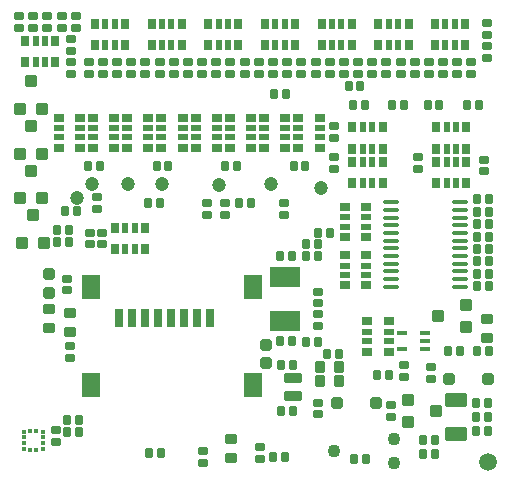
<source format=gbs>
G04*
G04 #@! TF.GenerationSoftware,Altium Limited,Altium Designer,22.11.1 (43)*
G04*
G04 Layer_Color=16711935*
%FSLAX25Y25*%
%MOIN*%
G70*
G04*
G04 #@! TF.SameCoordinates,8C82D437-5C52-4462-93A3-0E09C5BBDBC0*
G04*
G04*
G04 #@! TF.FilePolarity,Negative*
G04*
G01*
G75*
G04:AMPARAMS|DCode=49|XSize=31.5mil|YSize=27.56mil|CornerRadius=4.33mil|HoleSize=0mil|Usage=FLASHONLY|Rotation=0.000|XOffset=0mil|YOffset=0mil|HoleType=Round|Shape=RoundedRectangle|*
%AMROUNDEDRECTD49*
21,1,0.03150,0.01890,0,0,0.0*
21,1,0.02284,0.02756,0,0,0.0*
1,1,0.00866,0.01142,-0.00945*
1,1,0.00866,-0.01142,-0.00945*
1,1,0.00866,-0.01142,0.00945*
1,1,0.00866,0.01142,0.00945*
%
%ADD49ROUNDEDRECTD49*%
G04:AMPARAMS|DCode=53|XSize=29.53mil|YSize=35.43mil|CornerRadius=4.53mil|HoleSize=0mil|Usage=FLASHONLY|Rotation=270.000|XOffset=0mil|YOffset=0mil|HoleType=Round|Shape=RoundedRectangle|*
%AMROUNDEDRECTD53*
21,1,0.02953,0.02638,0,0,270.0*
21,1,0.02047,0.03543,0,0,270.0*
1,1,0.00906,-0.01319,-0.01024*
1,1,0.00906,-0.01319,0.01024*
1,1,0.00906,0.01319,0.01024*
1,1,0.00906,0.01319,-0.01024*
%
%ADD53ROUNDEDRECTD53*%
G04:AMPARAMS|DCode=54|XSize=21.65mil|YSize=35.43mil|CornerRadius=3.74mil|HoleSize=0mil|Usage=FLASHONLY|Rotation=270.000|XOffset=0mil|YOffset=0mil|HoleType=Round|Shape=RoundedRectangle|*
%AMROUNDEDRECTD54*
21,1,0.02165,0.02795,0,0,270.0*
21,1,0.01417,0.03543,0,0,270.0*
1,1,0.00748,-0.01398,-0.00709*
1,1,0.00748,-0.01398,0.00709*
1,1,0.00748,0.01398,0.00709*
1,1,0.00748,0.01398,-0.00709*
%
%ADD54ROUNDEDRECTD54*%
G04:AMPARAMS|DCode=58|XSize=16.54mil|YSize=35.43mil|CornerRadius=3.23mil|HoleSize=0mil|Usage=FLASHONLY|Rotation=270.000|XOffset=0mil|YOffset=0mil|HoleType=Round|Shape=RoundedRectangle|*
%AMROUNDEDRECTD58*
21,1,0.01654,0.02898,0,0,270.0*
21,1,0.01008,0.03543,0,0,270.0*
1,1,0.00646,-0.01449,-0.00504*
1,1,0.00646,-0.01449,0.00504*
1,1,0.00646,0.01449,0.00504*
1,1,0.00646,0.01449,-0.00504*
%
%ADD58ROUNDEDRECTD58*%
G04:AMPARAMS|DCode=64|XSize=31.5mil|YSize=27.56mil|CornerRadius=4.33mil|HoleSize=0mil|Usage=FLASHONLY|Rotation=270.000|XOffset=0mil|YOffset=0mil|HoleType=Round|Shape=RoundedRectangle|*
%AMROUNDEDRECTD64*
21,1,0.03150,0.01890,0,0,270.0*
21,1,0.02284,0.02756,0,0,270.0*
1,1,0.00866,-0.00945,-0.01142*
1,1,0.00866,-0.00945,0.01142*
1,1,0.00866,0.00945,0.01142*
1,1,0.00866,0.00945,-0.01142*
%
%ADD64ROUNDEDRECTD64*%
%ADD65C,0.04294*%
%ADD66C,0.04724*%
%ADD67C,0.05906*%
G04:AMPARAMS|DCode=107|XSize=62.99mil|YSize=29.53mil|CornerRadius=4.53mil|HoleSize=0mil|Usage=FLASHONLY|Rotation=270.000|XOffset=0mil|YOffset=0mil|HoleType=Round|Shape=RoundedRectangle|*
%AMROUNDEDRECTD107*
21,1,0.06299,0.02047,0,0,270.0*
21,1,0.05394,0.02953,0,0,270.0*
1,1,0.00906,-0.01024,-0.02697*
1,1,0.00906,-0.01024,0.02697*
1,1,0.00906,0.01024,0.02697*
1,1,0.00906,0.01024,-0.02697*
%
%ADD107ROUNDEDRECTD107*%
G04:AMPARAMS|DCode=108|XSize=82.68mil|YSize=61.02mil|CornerRadius=7.68mil|HoleSize=0mil|Usage=FLASHONLY|Rotation=270.000|XOffset=0mil|YOffset=0mil|HoleType=Round|Shape=RoundedRectangle|*
%AMROUNDEDRECTD108*
21,1,0.08268,0.04567,0,0,270.0*
21,1,0.06732,0.06102,0,0,270.0*
1,1,0.01535,-0.02284,-0.03366*
1,1,0.01535,-0.02284,0.03366*
1,1,0.01535,0.02284,0.03366*
1,1,0.01535,0.02284,-0.03366*
%
%ADD108ROUNDEDRECTD108*%
G04:AMPARAMS|DCode=109|XSize=39.76mil|YSize=37.4mil|CornerRadius=5.32mil|HoleSize=0mil|Usage=FLASHONLY|Rotation=180.000|XOffset=0mil|YOffset=0mil|HoleType=Round|Shape=RoundedRectangle|*
%AMROUNDEDRECTD109*
21,1,0.03976,0.02677,0,0,180.0*
21,1,0.02913,0.03740,0,0,180.0*
1,1,0.01063,-0.01457,0.01339*
1,1,0.01063,0.01457,0.01339*
1,1,0.01063,0.01457,-0.01339*
1,1,0.01063,-0.01457,-0.01339*
%
%ADD109ROUNDEDRECTD109*%
%ADD110R,0.09843X0.07087*%
G04:AMPARAMS|DCode=111|XSize=29.53mil|YSize=35.43mil|CornerRadius=4.53mil|HoleSize=0mil|Usage=FLASHONLY|Rotation=180.000|XOffset=0mil|YOffset=0mil|HoleType=Round|Shape=RoundedRectangle|*
%AMROUNDEDRECTD111*
21,1,0.02953,0.02638,0,0,180.0*
21,1,0.02047,0.03543,0,0,180.0*
1,1,0.00906,-0.01024,0.01319*
1,1,0.00906,0.01024,0.01319*
1,1,0.00906,0.01024,-0.01319*
1,1,0.00906,-0.01024,-0.01319*
%
%ADD111ROUNDEDRECTD111*%
G04:AMPARAMS|DCode=112|XSize=21.65mil|YSize=35.43mil|CornerRadius=3.74mil|HoleSize=0mil|Usage=FLASHONLY|Rotation=180.000|XOffset=0mil|YOffset=0mil|HoleType=Round|Shape=RoundedRectangle|*
%AMROUNDEDRECTD112*
21,1,0.02165,0.02795,0,0,180.0*
21,1,0.01417,0.03543,0,0,180.0*
1,1,0.00748,-0.00709,0.01398*
1,1,0.00748,0.00709,0.01398*
1,1,0.00748,0.00709,-0.01398*
1,1,0.00748,-0.00709,-0.01398*
%
%ADD112ROUNDEDRECTD112*%
G04:AMPARAMS|DCode=113|XSize=39.37mil|YSize=41.34mil|CornerRadius=5.51mil|HoleSize=0mil|Usage=FLASHONLY|Rotation=90.000|XOffset=0mil|YOffset=0mil|HoleType=Round|Shape=RoundedRectangle|*
%AMROUNDEDRECTD113*
21,1,0.03937,0.03032,0,0,90.0*
21,1,0.02835,0.04134,0,0,90.0*
1,1,0.01102,0.01516,0.01417*
1,1,0.01102,0.01516,-0.01417*
1,1,0.01102,-0.01516,-0.01417*
1,1,0.01102,-0.01516,0.01417*
%
%ADD113ROUNDEDRECTD113*%
G04:AMPARAMS|DCode=114|XSize=39.37mil|YSize=41.34mil|CornerRadius=5.51mil|HoleSize=0mil|Usage=FLASHONLY|Rotation=90.000|XOffset=0mil|YOffset=0mil|HoleType=Round|Shape=RoundedRectangle|*
%AMROUNDEDRECTD114*
21,1,0.03937,0.03032,0,0,90.0*
21,1,0.02835,0.04134,0,0,90.0*
1,1,0.01102,0.01516,0.01417*
1,1,0.01102,0.01516,-0.01417*
1,1,0.01102,-0.01516,-0.01417*
1,1,0.01102,-0.01516,0.01417*
%
%ADD114ROUNDEDRECTD114*%
G04:AMPARAMS|DCode=115|XSize=31.5mil|YSize=40.16mil|CornerRadius=4.72mil|HoleSize=0mil|Usage=FLASHONLY|Rotation=270.000|XOffset=0mil|YOffset=0mil|HoleType=Round|Shape=RoundedRectangle|*
%AMROUNDEDRECTD115*
21,1,0.03150,0.03071,0,0,270.0*
21,1,0.02205,0.04016,0,0,270.0*
1,1,0.00945,-0.01535,-0.01102*
1,1,0.00945,-0.01535,0.01102*
1,1,0.00945,0.01535,0.01102*
1,1,0.00945,0.01535,-0.01102*
%
%ADD115ROUNDEDRECTD115*%
G04:AMPARAMS|DCode=116|XSize=31.5mil|YSize=59.06mil|CornerRadius=4.72mil|HoleSize=0mil|Usage=FLASHONLY|Rotation=90.000|XOffset=0mil|YOffset=0mil|HoleType=Round|Shape=RoundedRectangle|*
%AMROUNDEDRECTD116*
21,1,0.03150,0.04961,0,0,90.0*
21,1,0.02205,0.05906,0,0,90.0*
1,1,0.00945,0.02480,0.01102*
1,1,0.00945,0.02480,-0.01102*
1,1,0.00945,-0.02480,-0.01102*
1,1,0.00945,-0.02480,0.01102*
%
%ADD116ROUNDEDRECTD116*%
G04:AMPARAMS|DCode=117|XSize=31.5mil|YSize=40.16mil|CornerRadius=4.72mil|HoleSize=0mil|Usage=FLASHONLY|Rotation=180.000|XOffset=0mil|YOffset=0mil|HoleType=Round|Shape=RoundedRectangle|*
%AMROUNDEDRECTD117*
21,1,0.03150,0.03071,0,0,180.0*
21,1,0.02205,0.04016,0,0,180.0*
1,1,0.00945,-0.01102,0.01535*
1,1,0.00945,0.01102,0.01535*
1,1,0.00945,0.01102,-0.01535*
1,1,0.00945,-0.01102,-0.01535*
%
%ADD117ROUNDEDRECTD117*%
G04:AMPARAMS|DCode=118|XSize=74.8mil|YSize=49.21mil|CornerRadius=6.5mil|HoleSize=0mil|Usage=FLASHONLY|Rotation=180.000|XOffset=0mil|YOffset=0mil|HoleType=Round|Shape=RoundedRectangle|*
%AMROUNDEDRECTD118*
21,1,0.07480,0.03622,0,0,180.0*
21,1,0.06181,0.04921,0,0,180.0*
1,1,0.01299,-0.03091,0.01811*
1,1,0.01299,0.03091,0.01811*
1,1,0.01299,0.03091,-0.01811*
1,1,0.01299,-0.03091,-0.01811*
%
%ADD118ROUNDEDRECTD118*%
G04:AMPARAMS|DCode=119|XSize=37.4mil|YSize=37.4mil|CornerRadius=5.32mil|HoleSize=0mil|Usage=FLASHONLY|Rotation=90.000|XOffset=0mil|YOffset=0mil|HoleType=Round|Shape=RoundedRectangle|*
%AMROUNDEDRECTD119*
21,1,0.03740,0.02677,0,0,90.0*
21,1,0.02677,0.03740,0,0,90.0*
1,1,0.01063,0.01339,0.01339*
1,1,0.01063,0.01339,-0.01339*
1,1,0.01063,-0.01339,-0.01339*
1,1,0.01063,-0.01339,0.01339*
%
%ADD119ROUNDEDRECTD119*%
%ADD120O,0.05354X0.01378*%
G04:AMPARAMS|DCode=121|XSize=39.37mil|YSize=41.34mil|CornerRadius=5.51mil|HoleSize=0mil|Usage=FLASHONLY|Rotation=180.000|XOffset=0mil|YOffset=0mil|HoleType=Round|Shape=RoundedRectangle|*
%AMROUNDEDRECTD121*
21,1,0.03937,0.03032,0,0,180.0*
21,1,0.02835,0.04134,0,0,180.0*
1,1,0.01102,-0.01417,0.01516*
1,1,0.01102,0.01417,0.01516*
1,1,0.01102,0.01417,-0.01516*
1,1,0.01102,-0.01417,-0.01516*
%
%ADD121ROUNDEDRECTD121*%
G04:AMPARAMS|DCode=122|XSize=39.37mil|YSize=41.34mil|CornerRadius=5.51mil|HoleSize=0mil|Usage=FLASHONLY|Rotation=180.000|XOffset=0mil|YOffset=0mil|HoleType=Round|Shape=RoundedRectangle|*
%AMROUNDEDRECTD122*
21,1,0.03937,0.03032,0,0,180.0*
21,1,0.02835,0.04134,0,0,180.0*
1,1,0.01102,-0.01417,0.01516*
1,1,0.01102,0.01417,0.01516*
1,1,0.01102,0.01417,-0.01516*
1,1,0.01102,-0.01417,-0.01516*
%
%ADD122ROUNDEDRECTD122*%
%ADD123R,0.01378X0.01772*%
%ADD124R,0.01772X0.01378*%
D49*
X161036Y104996D02*
D03*
Y101058D02*
D03*
X134252Y32677D02*
D03*
Y36614D02*
D03*
X143307Y31890D02*
D03*
Y35827D02*
D03*
X31890Y88583D02*
D03*
Y92520D02*
D03*
X94193Y90453D02*
D03*
Y86516D02*
D03*
X105511Y24016D02*
D03*
Y20079D02*
D03*
X74508Y90453D02*
D03*
Y86516D02*
D03*
X86319Y9154D02*
D03*
Y5217D02*
D03*
X33464Y76772D02*
D03*
Y80709D02*
D03*
X29528Y76772D02*
D03*
Y80709D02*
D03*
X129921Y23228D02*
D03*
Y19291D02*
D03*
X21850Y61417D02*
D03*
Y65354D02*
D03*
X22834Y38976D02*
D03*
Y42913D02*
D03*
X68602Y90453D02*
D03*
Y86516D02*
D03*
X67322Y3937D02*
D03*
Y7874D02*
D03*
X105511Y53543D02*
D03*
Y49606D02*
D03*
Y57087D02*
D03*
Y61024D02*
D03*
X118897Y133465D02*
D03*
Y137402D02*
D03*
X114173Y133465D02*
D03*
Y137402D02*
D03*
X109449Y133465D02*
D03*
Y137402D02*
D03*
X104724Y133465D02*
D03*
Y137402D02*
D03*
X20079Y152756D02*
D03*
Y148819D02*
D03*
X15354D02*
D03*
Y152756D02*
D03*
X10630D02*
D03*
Y148819D02*
D03*
X5906Y152756D02*
D03*
Y148819D02*
D03*
X138779Y105905D02*
D03*
Y101969D02*
D03*
X110826Y105905D02*
D03*
Y101969D02*
D03*
X142520Y133465D02*
D03*
Y137402D02*
D03*
X147244Y133465D02*
D03*
Y137402D02*
D03*
X151969Y133465D02*
D03*
Y137402D02*
D03*
X156693Y133465D02*
D03*
Y137402D02*
D03*
X123622Y133465D02*
D03*
Y137402D02*
D03*
X128346Y133465D02*
D03*
Y137402D02*
D03*
X133071Y133465D02*
D03*
Y137402D02*
D03*
X137795Y133465D02*
D03*
Y137402D02*
D03*
X85827Y133465D02*
D03*
Y137402D02*
D03*
X90551Y133465D02*
D03*
Y137402D02*
D03*
X95276Y133465D02*
D03*
Y137402D02*
D03*
X100000Y133465D02*
D03*
Y137402D02*
D03*
X66929D02*
D03*
Y133465D02*
D03*
X71653D02*
D03*
Y137402D02*
D03*
X76378Y133465D02*
D03*
Y137402D02*
D03*
X81102Y133465D02*
D03*
Y137402D02*
D03*
X48031Y133465D02*
D03*
Y137402D02*
D03*
X52756Y133465D02*
D03*
Y137402D02*
D03*
X57480Y133465D02*
D03*
Y137402D02*
D03*
X62204Y133465D02*
D03*
Y137402D02*
D03*
X33858Y133465D02*
D03*
Y137402D02*
D03*
X38582Y133465D02*
D03*
Y137402D02*
D03*
X43307Y133465D02*
D03*
Y137402D02*
D03*
X161811Y142717D02*
D03*
Y138779D02*
D03*
X24803Y148819D02*
D03*
Y152756D02*
D03*
X110826Y116142D02*
D03*
Y112205D02*
D03*
X23228Y137402D02*
D03*
Y133465D02*
D03*
X161811Y150394D02*
D03*
Y146457D02*
D03*
X23228Y141339D02*
D03*
Y145276D02*
D03*
X18110Y11024D02*
D03*
Y14961D02*
D03*
X29133Y133465D02*
D03*
Y137402D02*
D03*
D53*
X129134Y41043D02*
D03*
X122047D02*
D03*
X122047Y51083D02*
D03*
X129134D02*
D03*
X114567Y89272D02*
D03*
X121653D02*
D03*
Y79232D02*
D03*
X114567D02*
D03*
Y73130D02*
D03*
X121653D02*
D03*
Y63091D02*
D03*
X114567D02*
D03*
X19094Y108957D02*
D03*
X26181D02*
D03*
Y118996D02*
D03*
X19094Y118996D02*
D03*
X37598Y118996D02*
D03*
X30512D02*
D03*
Y108957D02*
D03*
X37598Y108957D02*
D03*
X87598Y108957D02*
D03*
X94685D02*
D03*
Y118996D02*
D03*
X87598D02*
D03*
X106102Y118996D02*
D03*
X99015Y118996D02*
D03*
Y108957D02*
D03*
X106102D02*
D03*
X64763Y108957D02*
D03*
X71850Y108957D02*
D03*
X71850Y118996D02*
D03*
X64763D02*
D03*
X83267Y118996D02*
D03*
X76181Y118996D02*
D03*
Y108957D02*
D03*
X83267D02*
D03*
X41929Y108957D02*
D03*
X49015Y108957D02*
D03*
X49015Y118996D02*
D03*
X41929D02*
D03*
X60433Y118996D02*
D03*
X53346Y118996D02*
D03*
Y108957D02*
D03*
X60433D02*
D03*
D54*
X122047Y47638D02*
D03*
Y44488D02*
D03*
X129134Y44488D02*
D03*
X129134Y47638D02*
D03*
X121653Y82677D02*
D03*
Y85827D02*
D03*
X114567D02*
D03*
Y82677D02*
D03*
X121653Y66536D02*
D03*
Y69685D02*
D03*
X114567D02*
D03*
Y66536D02*
D03*
X19094Y112402D02*
D03*
Y115551D02*
D03*
X26181D02*
D03*
Y112402D02*
D03*
X37598Y115551D02*
D03*
Y112402D02*
D03*
X30512D02*
D03*
Y115551D02*
D03*
X87598Y112402D02*
D03*
Y115551D02*
D03*
X94685D02*
D03*
Y112402D02*
D03*
X106102Y115551D02*
D03*
Y112402D02*
D03*
X99015D02*
D03*
Y115551D02*
D03*
X64763Y112402D02*
D03*
Y115551D02*
D03*
X71850D02*
D03*
Y112402D02*
D03*
X83267Y115551D02*
D03*
X83267Y112402D02*
D03*
X76181Y112402D02*
D03*
Y115551D02*
D03*
X41929Y112402D02*
D03*
Y115551D02*
D03*
X49015D02*
D03*
Y112402D02*
D03*
X60433Y115551D02*
D03*
X60433Y112402D02*
D03*
X53346Y112402D02*
D03*
Y115551D02*
D03*
D58*
X141142Y47047D02*
D03*
Y44488D02*
D03*
Y41929D02*
D03*
X133661D02*
D03*
Y47047D02*
D03*
D64*
X125197Y33071D02*
D03*
X129134D02*
D03*
X25197Y87795D02*
D03*
X21260D02*
D03*
X162205Y14567D02*
D03*
X158268D02*
D03*
X94488Y5906D02*
D03*
X90551D02*
D03*
X25787Y18110D02*
D03*
X21850D02*
D03*
X53150Y7087D02*
D03*
X49213D02*
D03*
X140551Y6988D02*
D03*
X144488D02*
D03*
X140551Y11417D02*
D03*
X144488D02*
D03*
X105511Y72835D02*
D03*
X101575D02*
D03*
X96850D02*
D03*
X92913D02*
D03*
X96850Y44488D02*
D03*
X92913D02*
D03*
X162205Y24016D02*
D03*
X158268D02*
D03*
X117520Y5315D02*
D03*
X121457D02*
D03*
X162205Y19291D02*
D03*
X158268D02*
D03*
X105512Y80709D02*
D03*
X109449D02*
D03*
X22441Y81496D02*
D03*
X18504D02*
D03*
X22441Y77559D02*
D03*
X18504D02*
D03*
X21850Y14173D02*
D03*
X25787D02*
D03*
X48917Y90453D02*
D03*
X52854D02*
D03*
X105512Y44094D02*
D03*
X101575D02*
D03*
X105512Y76772D02*
D03*
X101575D02*
D03*
X97244Y21260D02*
D03*
X93307D02*
D03*
X97244Y36614D02*
D03*
X93307D02*
D03*
X83169Y90453D02*
D03*
X79232D02*
D03*
X112500Y40059D02*
D03*
X108563D02*
D03*
X28937Y102756D02*
D03*
X32874D02*
D03*
X97441D02*
D03*
X101378D02*
D03*
X74606D02*
D03*
X78543D02*
D03*
X51772D02*
D03*
X55709D02*
D03*
X90945Y126772D02*
D03*
X94882D02*
D03*
X145996Y123228D02*
D03*
X142059D02*
D03*
X155185Y123228D02*
D03*
X159122D02*
D03*
X121193Y123228D02*
D03*
X117256D02*
D03*
X130382Y123228D02*
D03*
X134318D02*
D03*
X158661Y41339D02*
D03*
X162598D02*
D03*
X152756D02*
D03*
X148819D02*
D03*
X115748Y129528D02*
D03*
X119685D02*
D03*
X162598Y91732D02*
D03*
X158661D02*
D03*
X162598Y79331D02*
D03*
X158661D02*
D03*
X162598Y75197D02*
D03*
X158661D02*
D03*
X162598Y66929D02*
D03*
X158661D02*
D03*
X162598Y71063D02*
D03*
X158661D02*
D03*
X162598Y62795D02*
D03*
X158661D02*
D03*
X162598Y83465D02*
D03*
X158661D02*
D03*
X162598Y87598D02*
D03*
X158661D02*
D03*
D65*
X110787Y7933D02*
D03*
X130787Y11933D02*
D03*
Y3933D02*
D03*
D66*
X72441Y96457D02*
D03*
X25197Y92126D02*
D03*
X30315Y96850D02*
D03*
X42126D02*
D03*
X53543Y96850D02*
D03*
X89764Y96850D02*
D03*
X106693Y95669D02*
D03*
D67*
X162205Y4331D02*
D03*
D107*
X69409Y52350D02*
D03*
X65078D02*
D03*
X60748D02*
D03*
X56417D02*
D03*
X52086D02*
D03*
X47756D02*
D03*
X43425D02*
D03*
X39094D02*
D03*
D108*
X29724Y62587D02*
D03*
Y29909D02*
D03*
X83858D02*
D03*
Y62587D02*
D03*
D109*
X124803Y24016D02*
D03*
X111811D02*
D03*
X149212Y31890D02*
D03*
X162205Y31890D02*
D03*
D110*
X94488Y51378D02*
D03*
X94488Y65945D02*
D03*
D111*
X47933Y75197D02*
D03*
X47933Y82284D02*
D03*
X37894D02*
D03*
Y75197D02*
D03*
X116831Y150197D02*
D03*
Y143110D02*
D03*
X106791D02*
D03*
Y150197D02*
D03*
X144980Y115748D02*
D03*
X144980Y108661D02*
D03*
X155020Y108661D02*
D03*
X155020Y115748D02*
D03*
Y97244D02*
D03*
X155020Y104331D02*
D03*
X144980D02*
D03*
Y97244D02*
D03*
X117027Y115748D02*
D03*
Y108661D02*
D03*
X127067Y108661D02*
D03*
X127067Y115748D02*
D03*
X127067Y97244D02*
D03*
Y104331D02*
D03*
X117027D02*
D03*
Y97244D02*
D03*
X154626Y150197D02*
D03*
X154626Y143110D02*
D03*
X144586D02*
D03*
X144586Y150197D02*
D03*
X135728D02*
D03*
Y143110D02*
D03*
X125689D02*
D03*
X125689Y150197D02*
D03*
X97933D02*
D03*
X97933Y143110D02*
D03*
X87894D02*
D03*
Y150197D02*
D03*
X79035D02*
D03*
X79035Y143110D02*
D03*
X68996Y143110D02*
D03*
Y150197D02*
D03*
X60138D02*
D03*
X60138Y143110D02*
D03*
X50098D02*
D03*
Y150197D02*
D03*
X41240D02*
D03*
Y143110D02*
D03*
X31201Y143110D02*
D03*
X31201Y150197D02*
D03*
X7972Y144488D02*
D03*
Y137402D02*
D03*
X18011D02*
D03*
X18011Y144488D02*
D03*
D112*
X44488Y75197D02*
D03*
X41339D02*
D03*
Y82284D02*
D03*
X44488D02*
D03*
X110236Y143110D02*
D03*
X113386D02*
D03*
Y150197D02*
D03*
X110236D02*
D03*
X148425Y115748D02*
D03*
X151575Y115748D02*
D03*
Y108661D02*
D03*
X148425D02*
D03*
X151575Y97244D02*
D03*
X148425Y97244D02*
D03*
X148425Y104331D02*
D03*
X151575D02*
D03*
X120472Y115748D02*
D03*
X123622D02*
D03*
Y108661D02*
D03*
X120472Y108661D02*
D03*
X123622Y97244D02*
D03*
X120472D02*
D03*
Y104331D02*
D03*
X123622D02*
D03*
X148031Y143110D02*
D03*
X151181D02*
D03*
Y150197D02*
D03*
X148031D02*
D03*
X129134Y143110D02*
D03*
X132283Y143110D02*
D03*
Y150197D02*
D03*
X129134D02*
D03*
X91339Y143110D02*
D03*
X94488D02*
D03*
Y150197D02*
D03*
X91339D02*
D03*
X72441Y143110D02*
D03*
X75590Y143110D02*
D03*
Y150197D02*
D03*
X72441D02*
D03*
X53543Y143110D02*
D03*
X56693D02*
D03*
Y150197D02*
D03*
X53543D02*
D03*
X34646Y143110D02*
D03*
X37795Y143110D02*
D03*
Y150197D02*
D03*
X34646D02*
D03*
X11417Y144488D02*
D03*
X14567D02*
D03*
Y137402D02*
D03*
X11417D02*
D03*
D113*
X135512Y17520D02*
D03*
X144764Y21260D02*
D03*
X154920Y56632D02*
D03*
X145669Y52892D02*
D03*
D114*
X135512Y25000D02*
D03*
X154921Y49151D02*
D03*
D115*
X22835Y47638D02*
D03*
Y53937D02*
D03*
X76476Y11909D02*
D03*
Y5610D02*
D03*
X161811Y45669D02*
D03*
X161811Y51968D02*
D03*
X15748Y48819D02*
D03*
Y55118D02*
D03*
D116*
X97244Y26181D02*
D03*
Y32087D02*
D03*
D117*
X106299Y31102D02*
D03*
X112598Y31102D02*
D03*
X106299Y35728D02*
D03*
X112598D02*
D03*
D118*
X151575Y13386D02*
D03*
Y24803D02*
D03*
D119*
X15748Y66850D02*
D03*
Y60630D02*
D03*
X88189Y37047D02*
D03*
Y43268D02*
D03*
D120*
X152913Y90748D02*
D03*
Y88189D02*
D03*
Y85630D02*
D03*
Y83071D02*
D03*
Y80512D02*
D03*
Y77953D02*
D03*
Y75394D02*
D03*
Y72835D02*
D03*
Y70276D02*
D03*
Y67717D02*
D03*
Y65158D02*
D03*
Y62599D02*
D03*
X129921Y90748D02*
D03*
Y88189D02*
D03*
Y85630D02*
D03*
Y83071D02*
D03*
Y80512D02*
D03*
Y77953D02*
D03*
Y75394D02*
D03*
Y72835D02*
D03*
Y70276D02*
D03*
Y67717D02*
D03*
Y65158D02*
D03*
Y62599D02*
D03*
D121*
X13582Y121850D02*
D03*
X9842Y131102D02*
D03*
Y116207D02*
D03*
X13582Y106955D02*
D03*
Y92060D02*
D03*
X9842Y101312D02*
D03*
X14370Y77165D02*
D03*
X10630Y86417D02*
D03*
D122*
X6102Y121850D02*
D03*
Y106955D02*
D03*
Y92060D02*
D03*
X6889Y77165D02*
D03*
D123*
X9645Y14567D02*
D03*
X11614D02*
D03*
Y8268D02*
D03*
X9645D02*
D03*
D124*
X13779Y14370D02*
D03*
Y12402D02*
D03*
Y10433D02*
D03*
Y8465D02*
D03*
X7480Y14370D02*
D03*
Y8465D02*
D03*
Y12402D02*
D03*
Y10433D02*
D03*
M02*

</source>
